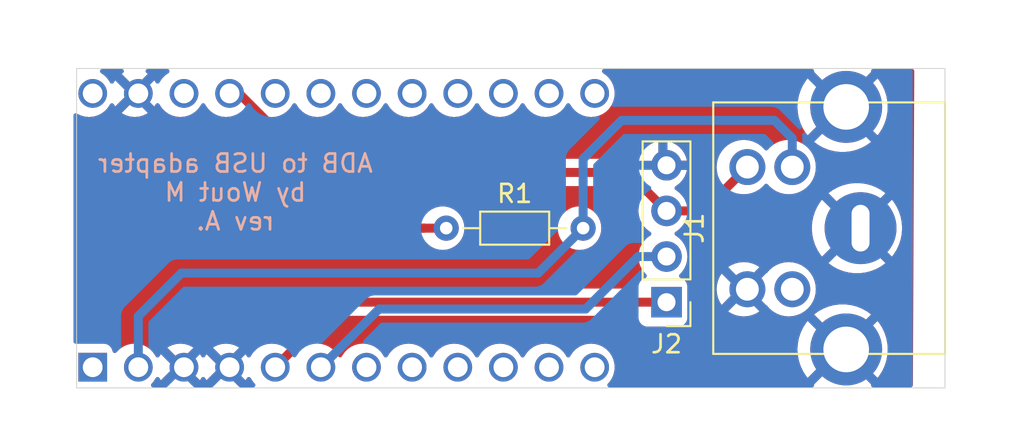
<source format=kicad_pcb>
(kicad_pcb (version 20221018) (generator pcbnew)
  (layers (0 "F.Cu" signal) (31 "B.Cu" signal) (34 "B.Paste" user) (35 "F.Paste" user) (36 "B.SilkS" user "B.Silkscreen") (37 "F.SilkS" user "F.Silkscreen") (38 "B.Mask" user) (39 "F.Mask" user) (44 "Edge.Cuts" user))
  (net 0 "")
  (net 1 "GND")
  (net 2 "VCC")
  (net 4 "/ADB")
  (net 6 "/SDA")
  (net 7 "/SCL")
  (footprint "kicad-footprints-perso:adb_connector" (layer "F.Cu") (at 147.75 0 -90)
    (fp_text reference "J1" (at 0 7.5 90) (layer "F.SilkS"))
    (fp_text value "Conn_01x05_Female")
    (fp_line (start -7 -6.45) (end 7 -6.45) (stroke (width 0.12)) (layer "F.SilkS"))
    (fp_line (start -7 6.45) (end -7 -6.45) (stroke (width 0.12)) (layer "F.SilkS"))
    (fp_line (start 7 -6.45) (end 7 6.45) (stroke (width 0.12)) (layer "F.SilkS"))
    (fp_line (start 7 6.45) (end -7 6.45) (stroke (width 0.12)) (layer "F.SilkS"))
    (pad "1" thru_hole circle (at -6.75 -0.95 270) (size 4 4) (drill 2.54) (layers "*.Cu" "*.Mask") (net 1 "GND"))
    (pad "1" thru_hole circle (at 0 -1.75 270) (size 4 4) (drill oval 2.6 1) (layers "*.Cu" "*.Mask") (net 1 "GND"))
    (pad "1" thru_hole circle (at 6.75 -0.95 270) (size 4 4) (drill 2.54) (layers "*.Cu" "*.Mask") (net 1 "GND"))
    (pad "2" thru_hole circle (at -3.4 2.05 270) (size 2 2) (drill 1.27) (layers "*.Cu" "*.Mask") (net 4 "/ADB"))
    (pad "3" thru_hole circle (at -3.4 4.55 270) (size 2 2) (drill 1.27) (layers "*.Cu" "*.Mask") (net 2 "VCC"))
    (pad "4" thru_hole circle (at 3.4 2.05 270) (size 2 2) (drill 1.27) (layers "*.Cu" "*.Mask"))
    (pad "5" thru_hole circle (at 3.4 4.55 270) (size 2 2) (drill 1.27) (layers "*.Cu" "*.Mask") (net 1 "GND"))
  )
  (footprint "Resistor_THT:R_Axial_DIN0204_L3.6mm_D1.6mm_P7.62mm_Horizontal" (layer "F.Cu") (at 126.438 0)
    (fp_text reference "R1" (at 3.81 -1.92) (layer "F.SilkS"))
    (fp_text value "R")
    (fp_line (start 0.94 0) (end 1.89 0) (stroke (width 0.12)) (layer "F.SilkS"))
    (fp_line (start 1.89 -0.92) (end 1.89 0.92) (stroke (width 0.12)) (layer "F.SilkS"))
    (fp_line (start 1.89 0.92) (end 5.73 0.92) (stroke (width 0.12)) (layer "F.SilkS"))
    (fp_line (start 5.73 -0.92) (end 1.89 -0.92) (stroke (width 0.12)) (layer "F.SilkS"))
    (fp_line (start 5.73 0.92) (end 5.73 -0.92) (stroke (width 0.12)) (layer "F.SilkS"))
    (fp_line (start 6.68 0) (end 5.73 0) (stroke (width 0.12)) (layer "F.SilkS"))
    (pad "1" thru_hole circle (at 0 0) (size 1.4 1.4) (drill 0.7) (layers "*.Cu" "*.Mask") (net 2 "VCC"))
    (pad "2" thru_hole oval (at 7.62 0) (size 1.4 1.4) (drill 0.7) (layers "*.Cu" "*.Mask") (net 4 "/ADB"))
  )
  (footprint "promicro:ProMicro-NoSilk" (layer "F.Cu") (at 120.73 0.12)
    (fp_text reference "U1" hide)
    (fp_text value "ProMicro")
    (pad "1" thru_hole rect (at -13.97 7.62) (size 1.6 1.6) (drill 1.1) (layers "*.Cu" "*.Mask"))
    (pad "2" thru_hole circle (at -11.43 7.62) (size 1.6 1.6) (drill 1.1) (layers "*.Cu" "*.Mask") (net 4 "/ADB"))
    (pad "3" thru_hole circle (at -8.89 7.62) (size 1.6 1.6) (drill 1.1) (layers "*.Cu" "*.Mask") (net 1 "GND"))
    (pad "4" thru_hole circle (at -6.35 7.62) (size 1.6 1.6) (drill 1.1) (layers "*.Cu" "*.Mask") (net 1 "GND"))
    (pad "5" thru_hole circle (at -3.81 7.62) (size 1.6 1.6) (drill 1.1) (layers "*.Cu" "*.Mask") (net 6 "/SDA"))
    (pad "6" thru_hole circle (at -1.27 7.62) (size 1.6 1.6) (drill 1.1) (layers "*.Cu" "*.Mask") (net 7 "/SCL"))
    (pad "7" thru_hole circle (at 1.27 7.62) (size 1.6 1.6) (drill 1.1) (layers "*.Cu" "*.Mask"))
    (pad "8" thru_hole circle (at 3.81 7.62) (size 1.6 1.6) (drill 1.1) (layers "*.Cu" "*.Mask"))
    (pad "9" thru_hole circle (at 6.35 7.62) (size 1.6 1.6) (drill 1.1) (layers "*.Cu" "*.Mask"))
    (pad "10" thru_hole circle (at 8.89 7.62) (size 1.6 1.6) (drill 1.1) (layers "*.Cu" "*.Mask"))
    (pad "11" thru_hole circle (at 11.43 7.62) (size 1.6 1.6) (drill 1.1) (layers "*.Cu" "*.Mask"))
    (pad "12" thru_hole circle (at 13.97 7.62) (size 1.6 1.6) (drill 1.1) (layers "*.Cu" "*.Mask"))
    (pad "13" thru_hole circle (at 13.97 -7.62) (size 1.6 1.6) (drill 1.1) (layers "*.Cu" "*.Mask"))
    (pad "14" thru_hole circle (at 11.43 -7.62) (size 1.6 1.6) (drill 1.1) (layers "*.Cu" "*.Mask"))
    (pad "15" thru_hole circle (at 8.89 -7.62) (size 1.6 1.6) (drill 1.1) (layers "*.Cu" "*.Mask"))
    (pad "16" thru_hole circle (at 6.35 -7.62) (size 1.6 1.6) (drill 1.1) (layers "*.Cu" "*.Mask"))
    (pad "17" thru_hole circle (at 3.81 -7.62) (size 1.6 1.6) (drill 1.1) (layers "*.Cu" "*.Mask"))
    (pad "18" thru_hole circle (at 1.27 -7.62) (size 1.6 1.6) (drill 1.1) (layers "*.Cu" "*.Mask"))
    (pad "19" thru_hole circle (at -1.27 -7.62) (size 1.6 1.6) (drill 1.1) (layers "*.Cu" "*.Mask"))
    (pad "20" thru_hole circle (at -3.81 -7.62) (size 1.6 1.6) (drill 1.1) (layers "*.Cu" "*.Mask"))
    (pad "21" thru_hole circle (at -6.35 -7.62) (size 1.6 1.6) (drill 1.1) (layers "*.Cu" "*.Mask") (net 2 "VCC"))
    (pad "22" thru_hole circle (at -8.89 -7.62) (size 1.6 1.6) (drill 1.1) (layers "*.Cu" "*.Mask"))
    (pad "23" thru_hole circle (at -11.43 -7.62) (size 1.6 1.6) (drill 1.1) (layers "*.Cu" "*.Mask") (net 1 "GND"))
    (pad "24" thru_hole circle (at -13.97 -7.62) (size 1.6 1.6) (drill 1.1) (layers "*.Cu" "*.Mask"))
  )
  (footprint "Connector_PinHeader_2.54mm:PinHeader_1x04_P2.54mm_Vertical" (layer "F.Cu") (at 138.7 4.12 180)
    (fp_text reference "J2" (at 0 -2.33) (layer "F.SilkS"))
    (fp_text value "Conn_01x04_Socket")
    (fp_line (start -1.33 -1.33) (end 0 -1.33) (stroke (width 0.12)) (layer "F.SilkS"))
    (fp_line (start -1.33 0) (end -1.33 -1.33) (stroke (width 0.12)) (layer "F.SilkS"))
    (fp_line (start -1.33 1.27) (end -1.33 8.95) (stroke (width 0.12)) (layer "F.SilkS"))
    (fp_line (start -1.33 1.27) (end 1.33 1.27) (stroke (width 0.12)) (layer "F.SilkS"))
    (fp_line (start -1.33 8.95) (end 1.33 8.95) (stroke (width 0.12)) (layer "F.SilkS"))
    (fp_line (start 1.33 1.27) (end 1.33 8.95) (stroke (width 0.12)) (layer "F.SilkS"))
    (pad "1" thru_hole rect (at 0 0 180) (size 1.7 1.7) (drill 1) (layers "*.Cu" "*.Mask") (net 6 "/SDA"))
    (pad "2" thru_hole oval (at 0 2.54 180) (size 1.7 1.7) (drill 1) (layers "*.Cu" "*.Mask") (net 7 "/SCL"))
    (pad "3" thru_hole oval (at 0 5.08 180) (size 1.7 1.7) (drill 1) (layers "*.Cu" "*.Mask") (net 2 "VCC"))
    (pad "4" thru_hole oval (at 0 7.62 180) (size 1.7 1.7) (drill 1) (layers "*.Cu" "*.Mask") (net 1 "GND"))
  )
  (gr_line (start 105.864 8.89) (end 105.864 -8.89) (stroke (width 0.05)) (layer "Edge.Cuts"))
  (gr_line (start 105.864 -8.89) (end 154.2 -8.89) (stroke (width 0.05)) (layer "Edge.Cuts"))
  (gr_line (start 154.2 8.89) (end 105.864 8.89) (stroke (width 0.05)) (layer "Edge.Cuts"))
  (gr_line (start 154.2 -8.89) (end 154.2 8.89) (stroke (width 0.05)) (layer "Edge.Cuts"))
  (gr_text "ADB to USB adapter\nby Wout M\nrev A." (at 114.7 -2) (layer "B.SilkS") (effects (font (size 1 1)) (justify mirror)))
  (segment (start 138.7 -0.96) (end 136.557499 -3.102501) (width 0.5) (layer "F.Cu") (net 2))
  (segment (start 125.2 0) (end 126.438 0) (width 0.5) (layer "F.Cu") (net 2))
  (segment (start 140.76 -0.96) (end 143.2 -3.4) (width 0.5) (layer "F.Cu") (net 2))
  (segment (start 138.7 -0.96) (end 140.76 -0.96) (width 0.5) (layer "F.Cu") (net 2))
  (segment (start 114.785001 -7.62) (end 119.302501 -3.102501) (width 0.5) (layer "F.Cu") (net 2))
  (segment (start 122.405001 0) (end 125.2 0) (width 0.5) (layer "F.Cu") (net 2))
  (segment (start 122.405002 0) (end 125.2 0) (width 0.5) (layer "F.Cu") (net 2))
  (segment (start 119.302501 -3.102501) (end 122.405002 0) (width 0.5) (layer "F.Cu") (net 2))
  (segment (start 136.557499 -3.102501) (end 119.302501 -3.102501) (width 0.5) (layer "F.Cu") (net 2))
  (segment (start 119.302501 -3.102501) (end 122.405001 0) (width 0.5) (layer "F.Cu") (net 2))
  (segment (start 145.7 -3.4) (end 145.7 -5) (width 0.5) (layer "B.Cu") (net 4))
  (segment (start 136.2 -6) (end 134.058 -3.858) (width 0.5) (layer "B.Cu") (net 4))
  (segment (start 131.558 2.5) (end 111.7 2.5) (width 0.5) (layer "B.Cu") (net 4))
  (segment (start 145.7 -5) (end 144.7 -6) (width 0.5) (layer "B.Cu") (net 4))
  (segment (start 109.3 4.9) (end 109.3 7.74) (width 0.5) (layer "B.Cu") (net 4))
  (segment (start 134.058 -3.858) (end 134.058 0) (width 0.5) (layer "B.Cu") (net 4))
  (segment (start 111.7 2.5) (end 109.3 4.9) (width 0.5) (layer "B.Cu") (net 4))
  (segment (start 144.7 -6) (end 136.2 -6) (width 0.5) (layer "B.Cu") (net 4))
  (segment (start 134.058 0) (end 131.558 2.5) (width 0.5) (layer "B.Cu") (net 4))
  (segment (start 120.54 4.12) (end 120.43 4.23) (width 0.5) (layer "F.Cu") (net 6))
  (segment (start 138.7 4.12) (end 120.54 4.12) (width 0.5) (layer "F.Cu") (net 6))
  (segment (start 120.43 4.23) (end 116.92 7.74) (width 0.5) (layer "F.Cu") (net 6))
  (segment (start 137.12 1.58) (end 134.2 4.5) (width 0.5) (layer "B.Cu") (net 7))
  (segment (start 138.7 1.58) (end 137.12 1.58) (width 0.5) (layer "B.Cu") (net 7))
  (segment (start 122.7 4.5) (end 119.46 7.74) (width 0.5) (layer "B.Cu") (net 7))
  (segment (start 134.2 4.5) (end 122.7 4.5) (width 0.5) (layer "B.Cu") (net 7))
  (zone (net 1) (net_name "GND") (layer "F.Cu") (connect_pads (clearance 0.508)) (min_thickness 0.254) (fill yes (thermal_gap 0.508) (thermal_bridge_width 0.508))
    (polygon (pts (xy 152.407427 10.164598) (xy 101.607427 10.164598) (xy 101.607427 -12.695402) (xy 152.507427 -12.695402)))
  )
  (zone locked (net 1) (net_name "GND") (layer "B.Cu") (connect_pads (clearance 0.508)) (min_thickness 0.254) (fill yes (thermal_gap 0.508) (thermal_bridge_width 0.508))
    (polygon (pts (xy 152.4 10.16) (xy 101.6 10.16) (xy 101.6 -12.7) (xy 152.4 -12.7)))
  )
)
</source>
